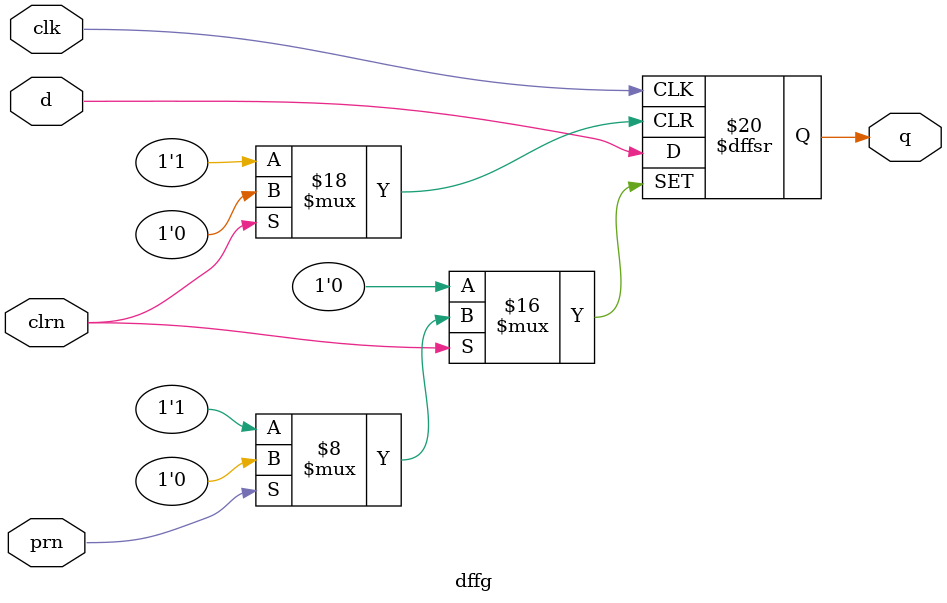
<source format=v>
module dffg(d, clk, prn, clrn, q);
	input d, clk, prn, clrn;
	output reg q;
	
	always @(posedge clk or negedge prn or negedge clrn)
	begin
		if (!clrn)
			q <= 1'b0;
		else if (!prn)
			q <= 1'b1;
		else
			q <= d;
	end
	
endmodule
</source>
